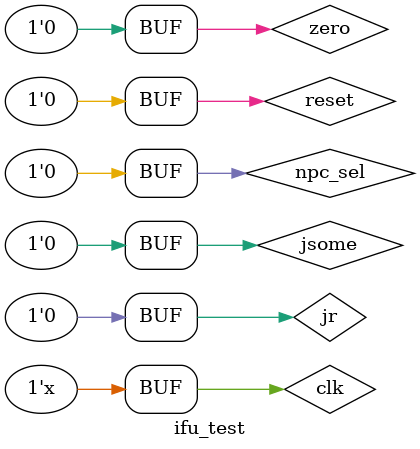
<source format=v>



  
  
module ifu_test;
  reg clk,reset,npc_sel,zero,jsome,jr;
  reg [31:0]AOut;
  wire [31:0] code,pcc;
  
  ifu i2(clk,reset,jsome,jr,npc_sel,zero,pcc,AOut,code);
  
  initial
  begin
    clk=1;reset=0;npc_sel=0;zero=0;jsome=0;jr=0;
    #5 reset=1;
    #5 reset=0;
    
    
    #50 npc_sel=0;zero=1;
    #50 npc_sel=0;zero=0;
    #50 npc_sel=0;zero=0;//jsome=1;
    #50 npc_sel=0;zero=0;jsome=1;
    #50 npc_sel=0;jsome=0;
  end  
  
  always
    #25 clk=~clk;
    
 endmodule   

</source>
